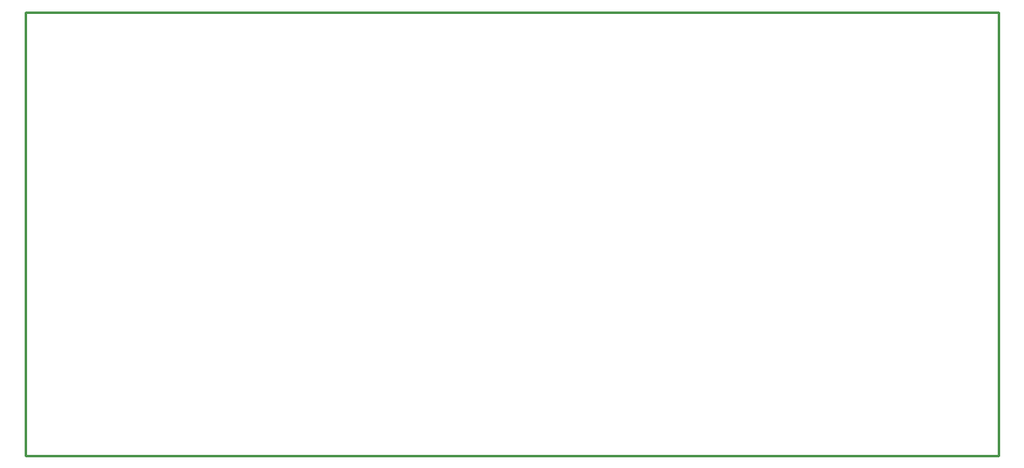
<source format=gbr>
G04 EAGLE Gerber RS-274X export*
G75*
%MOMM*%
%FSLAX34Y34*%
%LPD*%
%IN*%
%IPPOS*%
%AMOC8*
5,1,8,0,0,1.08239X$1,22.5*%
G01*
%ADD10C,0.254000*%


D10*
X50800Y203200D02*
X1053900Y203200D01*
X1053900Y660400D01*
X50800Y660400D01*
X50800Y203200D01*
M02*

</source>
